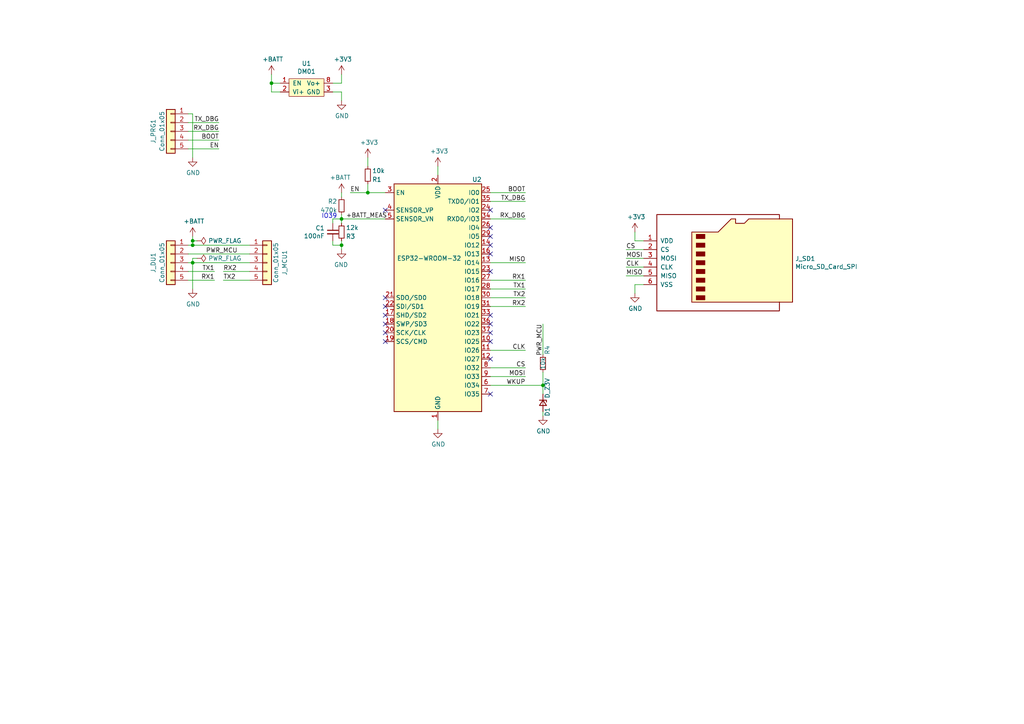
<source format=kicad_sch>
(kicad_sch (version 20230121) (generator eeschema)
  (paper "A4")
  (lib_symbols
    (symbol "Connector_Generic:Conn_01x05" (pin_names (offset 1.016) hide)
      (property "Reference" "J" (at 0 7.62 0))
      (property "Value" "Conn_01x05" (at 0 -7.62 0))
      (symbol "Conn_01x05_1_1"
        (rectangle (start -1.27 -4.953) (end 0 -5.207) (stroke (width 0.1524)))
        (rectangle (start -1.27 -2.413) (end 0 -2.667) (stroke (width 0.1524)))
        (rectangle (start -1.27 0.127) (end 0 -0.127) (stroke (width 0.1524)))
        (rectangle (start -1.27 2.667) (end 0 2.413) (stroke (width 0.1524)))
        (rectangle (start -1.27 5.207) (end 0 4.953) (stroke (width 0.1524)))
        (rectangle (start -1.27 6.35) (end 1.27 -6.35) (stroke (width 0.254)) (fill (type background)))
        (pin passive line (at -5.08 5.08 0) (length 3.81) (name "Pin_1") (number "1"))
        (pin passive line (at -5.08 2.54 0) (length 3.81) (name "Pin_2") (number "2"))
        (pin passive line (at -5.08 0 0) (length 3.81) (name "Pin_3") (number "3"))
        (pin passive line (at -5.08 -2.54 0) (length 3.81) (name "Pin_4") (number "4"))
        (pin passive line (at -5.08 -5.08 0) (length 3.81) (name "Pin_5") (number "5"))
      )
    )
    (symbol "Device:C_Small" (pin_numbers hide) (pin_names (offset 0.254) hide)
      (property "Reference" "C" (at 0.254 1.778 0))
      (property "Value" "C_Small" (at 0.254 -2.032 0))
      (symbol "C_Small_0_1"
        (polyline (pts (xy -1.524 -0.508) (xy 1.524 -0.508)) (stroke (width 0.3302)))
        (polyline (pts (xy -1.524 0.508) (xy 1.524 0.508)) (stroke (width 0.3048)))
      )
      (symbol "C_Small_1_1"
        (pin passive line (at 0 2.54 270) (length 2.032) (name "~") (number "1"))
        (pin passive line (at 0 -2.54 90) (length 2.032) (name "~") (number "2"))
      )
    )
    (symbol "Device:D_Zener_Small" (pin_numbers hide) (pin_names (offset 0.254) hide)
      (property "Reference" "D" (at 0 2.286 0))
      (property "Value" "D_Zener_Small" (at 0 -2.286 0))
      (symbol "D_Zener_Small_0_1"
        (polyline (pts (xy 0.762 0) (xy -0.762 0)))
        (polyline (pts (xy -0.254 1.016) (xy -0.762 1.016) (xy -0.762 -1.016)) (stroke (width 0.254)))
        (polyline (pts (xy 0.762 1.016) (xy -0.762 0) (xy 0.762 -1.016) (xy 0.762 1.016)) (stroke (width 0.254)))
      )
      (symbol "D_Zener_Small_1_1"
        (pin passive line (at -2.54 0 0) (length 1.778) (name "K") (number "1"))
        (pin passive line (at 2.54 0 180) (length 1.778) (name "A") (number "2"))
      )
    )
    (symbol "Device:R_Small" (pin_numbers hide) (pin_names (offset 0.254) hide)
      (property "Reference" "R" (at 0.762 0.508 0))
      (property "Value" "R_Small" (at 0.762 -1.016 0))
      (symbol "R_Small_0_1"
        (rectangle (start -0.762 1.778) (end 0.762 -1.778) (stroke (width 0.2032)))
      )
      (symbol "R_Small_1_1"
        (pin passive line (at 0 2.54 270) (length 0.762) (name "~") (number "1"))
        (pin passive line (at 0 -2.54 90) (length 0.762) (name "~") (number "2"))
      )
    )
    (symbol "MyParts:DM01" (pin_names (offset 1.016))
      (property "Reference" "U" (at 0 3.81 0))
      (property "Value" "DM01" (at 0 -3.81 0))
      (symbol "DM01_0_1"
        (rectangle (start -5.08 2.54) (end 5.08 -2.54) (fill (type background)))
      )
      (symbol "DM01_1_1"
        (pin input line (at -7.62 1.27 0) (length 2.54) (name "EN") (number "1"))
        (pin power_in line (at -7.62 -1.27 0) (length 2.54) (name "Vi+") (number "2"))
        (pin power_in line (at 7.62 -1.27 180) (length 2.54) (name "GND") (number "3"))
        (pin power_in line (at 7.62 -1.27 180) (length 2.54) hide (name "GND") (number "4"))
        (pin power_in line (at 7.62 -1.27 180) (length 2.54) hide (name "GND") (number "5"))
        (pin power_in line (at 7.62 -1.27 180) (length 2.54) hide (name "GND") (number "6"))
        (pin passive line (at 7.62 1.27 180) (length 2.54) hide (name "Vo+") (number "7"))
        (pin power_out line (at 7.62 1.27 180) (length 2.54) (name "Vo+") (number "8"))
      )
    )
    (symbol "MyParts:Micro_SD_Card_SPI" (pin_names (offset 1.016))
      (property "Reference" "J" (at -16.51 15.24 0))
      (property "Value" "Micro_SD_Card_SPI" (at 16.51 15.24 0))
      (symbol "Micro_SD_Card_SPI_0_1"
        (rectangle (start -7.62 -9.525) (end -5.08 -10.795) (fill (type outline)))
        (rectangle (start -7.62 -6.985) (end -5.08 -8.255) (fill (type outline)))
        (rectangle (start -7.62 -4.445) (end -5.08 -5.715) (fill (type outline)))
        (rectangle (start -7.62 -1.905) (end -5.08 -3.175) (fill (type outline)))
        (rectangle (start -7.62 0.635) (end -5.08 -0.635) (fill (type outline)))
        (rectangle (start -7.62 3.175) (end -5.08 1.905) (fill (type outline)))
        (rectangle (start -7.62 5.715) (end -5.08 4.445) (fill (type outline)))
        (rectangle (start -7.62 8.255) (end -5.08 6.985) (fill (type outline)))
        (polyline (pts (xy 16.51 12.7) (xy 16.51 13.97) (xy -19.05 13.97) (xy -19.05 -13.97) (xy 16.51 -13.97) (xy 16.51 -11.43)) (stroke (width 0.254)))
        (polyline (pts (xy -8.89 -11.43) (xy -8.89 8.89) (xy -1.27 8.89) (xy 2.54 12.7) (xy 3.81 12.7) (xy 3.81 11.43) (xy 6.35 11.43) (xy 7.62 12.7) (xy 20.32 12.7) (xy 20.32 -11.43) (xy -8.89 -11.43)) (stroke (width 0.254)) (fill (type background)))
      )
      (symbol "Micro_SD_Card_SPI_1_1"
        (pin power_in line (at -22.86 6.35 0) (length 3.81) (name "VDD") (number "1"))
        (pin input line (at -22.86 3.81 0) (length 3.81) (name "CS") (number "2"))
        (pin input line (at -22.86 1.27 0) (length 3.81) (name "MOSI") (number "3"))
        (pin input line (at -22.86 -1.27 0) (length 3.81) (name "CLK") (number "4"))
        (pin output line (at -22.86 -3.81 0) (length 3.81) (name "MISO") (number "5"))
        (pin power_in line (at -22.86 -6.35 0) (length 3.81) (name "VSS") (number "6"))
      )
    )
    (symbol "RF_Module:ESP32-WROOM-32"
      (property "Reference" "U" (at -12.7 34.29 0))
      (property "Value" "ESP32-WROOM-32" (at 1.27 34.29 0))
      (symbol "ESP32-WROOM-32_0_1"
        (rectangle (start -12.7 33.02) (end 12.7 -33.02) (stroke (width 0.254)) (fill (type background)))
      )
      (symbol "ESP32-WROOM-32_1_1"
        (pin power_in line (at 0 -35.56 90) (length 2.54) (name "GND") (number "1"))
        (pin bidirectional line (at 15.24 -12.7 180) (length 2.54) (name "IO25") (number "10"))
        (pin bidirectional line (at 15.24 -15.24 180) (length 2.54) (name "IO26") (number "11"))
        (pin bidirectional line (at 15.24 -17.78 180) (length 2.54) (name "IO27") (number "12"))
        (pin bidirectional line (at 15.24 10.16 180) (length 2.54) (name "IO14") (number "13"))
        (pin bidirectional line (at 15.24 15.24 180) (length 2.54) (name "IO12") (number "14"))
        (pin passive line (at 0 -35.56 90) (length 2.54) hide (name "GND") (number "15"))
        (pin bidirectional line (at 15.24 12.7 180) (length 2.54) (name "IO13") (number "16"))
        (pin bidirectional line (at -15.24 -5.08 0) (length 2.54) (name "SHD/SD2") (number "17"))
        (pin bidirectional line (at -15.24 -7.62 0) (length 2.54) (name "SWP/SD3") (number "18"))
        (pin bidirectional line (at -15.24 -12.7 0) (length 2.54) (name "SCS/CMD") (number "19"))
        (pin power_in line (at 0 35.56 270) (length 2.54) (name "VDD") (number "2"))
        (pin bidirectional line (at -15.24 -10.16 0) (length 2.54) (name "SCK/CLK") (number "20"))
        (pin bidirectional line (at -15.24 0 0) (length 2.54) (name "SDO/SD0") (number "21"))
        (pin bidirectional line (at -15.24 -2.54 0) (length 2.54) (name "SDI/SD1") (number "22"))
        (pin bidirectional line (at 15.24 7.62 180) (length 2.54) (name "IO15") (number "23"))
        (pin bidirectional line (at 15.24 25.4 180) (length 2.54) (name "IO2") (number "24"))
        (pin bidirectional line (at 15.24 30.48 180) (length 2.54) (name "IO0") (number "25"))
        (pin bidirectional line (at 15.24 20.32 180) (length 2.54) (name "IO4") (number "26"))
        (pin bidirectional line (at 15.24 5.08 180) (length 2.54) (name "IO16") (number "27"))
        (pin bidirectional line (at 15.24 2.54 180) (length 2.54) (name "IO17") (number "28"))
        (pin bidirectional line (at 15.24 17.78 180) (length 2.54) (name "IO5") (number "29"))
        (pin input line (at -15.24 30.48 0) (length 2.54) (name "EN") (number "3"))
        (pin bidirectional line (at 15.24 0 180) (length 2.54) (name "IO18") (number "30"))
        (pin bidirectional line (at 15.24 -2.54 180) (length 2.54) (name "IO19") (number "31"))
        (pin no_connect line (at -12.7 -27.94 0) (length 2.54) hide (name "NC") (number "32"))
        (pin bidirectional line (at 15.24 -5.08 180) (length 2.54) (name "IO21") (number "33"))
        (pin bidirectional line (at 15.24 22.86 180) (length 2.54) (name "RXD0/IO3") (number "34"))
        (pin bidirectional line (at 15.24 27.94 180) (length 2.54) (name "TXD0/IO1") (number "35"))
        (pin bidirectional line (at 15.24 -7.62 180) (length 2.54) (name "IO22") (number "36"))
        (pin bidirectional line (at 15.24 -10.16 180) (length 2.54) (name "IO23") (number "37"))
        (pin passive line (at 0 -35.56 90) (length 2.54) hide (name "GND") (number "38"))
        (pin passive line (at 0 -35.56 90) (length 2.54) hide (name "GND") (number "39"))
        (pin input line (at -15.24 25.4 0) (length 2.54) (name "SENSOR_VP") (number "4"))
        (pin input line (at -15.24 22.86 0) (length 2.54) (name "SENSOR_VN") (number "5"))
        (pin input line (at 15.24 -25.4 180) (length 2.54) (name "IO34") (number "6"))
        (pin input line (at 15.24 -27.94 180) (length 2.54) (name "IO35") (number "7"))
        (pin bidirectional line (at 15.24 -20.32 180) (length 2.54) (name "IO32") (number "8"))
        (pin bidirectional line (at 15.24 -22.86 180) (length 2.54) (name "IO33") (number "9"))
      )
    )
    (symbol "power:+3V3" (power) (pin_names (offset 0))
      (property "Value" "+3V3" (at 0 3.556 0))
      (symbol "+3V3_0_1"
        (polyline (pts (xy -0.762 1.27) (xy 0 2.54)))
        (polyline (pts (xy 0 0) (xy 0 2.54)))
        (polyline (pts (xy 0 2.54) (xy 0.762 1.27)))
      )
      (symbol "+3V3_1_1"
        (pin power_in line (at 0 0 90) (length 0) hide (name "+3V3") (number "1"))
      )
    )
    (symbol "power:+BATT" (power) (pin_names (offset 0))
      (property "Value" "+BATT" (at 0 3.556 0))
      (symbol "+BATT_0_1"
        (polyline (pts (xy -0.762 1.27) (xy 0 2.54)))
        (polyline (pts (xy 0 0) (xy 0 2.54)))
        (polyline (pts (xy 0 2.54) (xy 0.762 1.27)))
      )
      (symbol "+BATT_1_1"
        (pin power_in line (at 0 0 90) (length 0) hide (name "+BATT") (number "1"))
      )
    )
    (symbol "power:GND" (power) (pin_names (offset 0))
      (property "Value" "GND" (at 0 -3.81 0))
      (symbol "GND_0_1"
        (polyline (pts (xy 0 0) (xy 0 -1.27) (xy 1.27 -1.27) (xy 0 -2.54) (xy -1.27 -1.27) (xy 0 -1.27)))
      )
      (symbol "GND_1_1"
        (pin power_in line (at 0 0 270) (length 0) hide (name "GND") (number "1"))
      )
    )
    (symbol "power:PWR_FLAG" (power) (pin_numbers hide) (pin_names (offset 0) hide)
      (property "Value" "PWR_FLAG" (at 0 3.81 0))
      (symbol "PWR_FLAG_0_0"
        (pin power_out line (at 0 0 90) (length 0) (name "pwr") (number "1"))
      )
      (symbol "PWR_FLAG_0_1"
        (polyline (pts (xy 0 0) (xy 0 1.27) (xy -1.016 1.905) (xy 0 2.54) (xy 1.016 1.905) (xy 0 1.27)))
      )
    )
  )
  (junction (at 99.06 63.5))
  (junction (at 99.06 71.12))
  (junction (at 106.68 55.88))
  (junction (at 55.88 69.85))
  (junction (at 78.74 24.13))
  (junction (at 55.88 71.12))
  (junction (at 157.48 111.76))
  (junction (at 55.88 76.2))
  (no_connect (at 142.24 99.06))
  (no_connect (at 142.24 96.52))
  (no_connect (at 142.24 60.96))
  (no_connect (at 111.76 96.52))
  (no_connect (at 142.24 71.12))
  (no_connect (at 111.76 60.96))
  (no_connect (at 142.24 73.66))
  (no_connect (at 111.76 88.9))
  (no_connect (at 142.24 104.14))
  (no_connect (at 111.76 93.98))
  (no_connect (at 142.24 114.3))
  (no_connect (at 142.24 78.74))
  (no_connect (at 111.76 99.06))
  (no_connect (at 142.24 66.04))
  (no_connect (at 142.24 93.98))
  (no_connect (at 142.24 68.58))
  (no_connect (at 111.76 86.36))
  (no_connect (at 142.24 91.44))
  (no_connect (at 111.76 91.44))
  (wire (pts (xy 184.15 85.09) (xy 184.15 82.55)))
  (wire (pts (xy 142.24 111.76) (xy 157.48 111.76)))
  (wire (pts (xy 99.06 26.67) (xy 96.52 26.67)))
  (wire (pts (xy 63.5 40.64) (xy 54.61 40.64)))
  (wire (pts (xy 152.4 83.82) (xy 142.24 83.82)))
  (wire (pts (xy 152.4 106.68) (xy 142.24 106.68)))
  (wire (pts (xy 157.48 111.76) (xy 157.48 114.3)))
  (wire (pts (xy 106.68 55.88) (xy 106.68 53.34)))
  (wire (pts (xy 106.68 48.26) (xy 106.68 45.72)))
  (wire (pts (xy 96.52 71.12) (xy 96.52 69.85)))
  (wire (pts (xy 55.88 76.2) (xy 55.88 83.82)))
  (wire (pts (xy 54.61 78.74) (xy 62.23 78.74)))
  (wire (pts (xy 55.88 74.93) (xy 55.88 76.2)))
  (wire (pts (xy 99.06 71.12) (xy 99.06 72.39)))
  (wire (pts (xy 54.61 76.2) (xy 55.88 76.2)))
  (wire (pts (xy 157.48 93.98) (xy 157.48 102.87)))
  (wire (pts (xy 78.74 21.59) (xy 78.74 24.13)))
  (wire (pts (xy 152.4 55.88) (xy 142.24 55.88)))
  (wire (pts (xy 157.48 119.38) (xy 157.48 120.65)))
  (wire (pts (xy 106.68 55.88) (xy 111.76 55.88)))
  (wire (pts (xy 57.15 74.93) (xy 55.88 74.93)))
  (wire (pts (xy 99.06 69.85) (xy 99.06 71.12)))
  (wire (pts (xy 55.88 45.72) (xy 55.88 33.02)))
  (wire (pts (xy 54.61 43.18) (xy 63.5 43.18)))
  (wire (pts (xy 152.4 86.36) (xy 142.24 86.36)))
  (wire (pts (xy 54.61 35.56) (xy 63.5 35.56)))
  (wire (pts (xy 99.06 63.5) (xy 111.76 63.5)))
  (wire (pts (xy 99.06 21.59) (xy 99.06 24.13)))
  (wire (pts (xy 78.74 26.67) (xy 81.28 26.67)))
  (wire (pts (xy 142.24 58.42) (xy 152.4 58.42)))
  (wire (pts (xy 152.4 81.28) (xy 142.24 81.28)))
  (wire (pts (xy 127 48.26) (xy 127 50.8)))
  (wire (pts (xy 99.06 55.88) (xy 99.06 57.15)))
  (wire (pts (xy 55.88 71.12) (xy 55.88 69.85)))
  (wire (pts (xy 99.06 64.77) (xy 99.06 63.5)))
  (wire (pts (xy 54.61 81.28) (xy 62.23 81.28)))
  (wire (pts (xy 78.74 24.13) (xy 78.74 26.67)))
  (wire (pts (xy 96.52 63.5) (xy 99.06 63.5)))
  (wire (pts (xy 152.4 101.6) (xy 142.24 101.6)))
  (wire (pts (xy 186.69 80.01) (xy 181.61 80.01)))
  (wire (pts (xy 127 124.46) (xy 127 121.92)))
  (wire (pts (xy 57.15 69.85) (xy 55.88 69.85)))
  (wire (pts (xy 142.24 76.2) (xy 152.4 76.2)))
  (wire (pts (xy 78.74 24.13) (xy 81.28 24.13)))
  (wire (pts (xy 99.06 24.13) (xy 96.52 24.13)))
  (wire (pts (xy 72.39 81.28) (xy 64.77 81.28)))
  (wire (pts (xy 55.88 71.12) (xy 72.39 71.12)))
  (wire (pts (xy 63.5 38.1) (xy 54.61 38.1)))
  (wire (pts (xy 55.88 33.02) (xy 54.61 33.02)))
  (wire (pts (xy 55.88 69.85) (xy 55.88 68.58)))
  (wire (pts (xy 186.69 69.85) (xy 184.15 69.85)))
  (wire (pts (xy 99.06 29.21) (xy 99.06 26.67)))
  (wire (pts (xy 181.61 72.39) (xy 186.69 72.39)))
  (wire (pts (xy 64.77 78.74) (xy 72.39 78.74)))
  (wire (pts (xy 157.48 107.95) (xy 157.48 111.76)))
  (wire (pts (xy 152.4 63.5) (xy 142.24 63.5)))
  (wire (pts (xy 54.61 73.66) (xy 72.39 73.66)))
  (wire (pts (xy 181.61 77.47) (xy 186.69 77.47)))
  (wire (pts (xy 55.88 76.2) (xy 72.39 76.2)))
  (wire (pts (xy 101.6 55.88) (xy 106.68 55.88)))
  (wire (pts (xy 54.61 71.12) (xy 55.88 71.12)))
  (wire (pts (xy 99.06 71.12) (xy 96.52 71.12)))
  (wire (pts (xy 184.15 82.55) (xy 186.69 82.55)))
  (wire (pts (xy 186.69 74.93) (xy 181.61 74.93)))
  (wire (pts (xy 152.4 88.9) (xy 142.24 88.9)))
  (wire (pts (xy 142.24 109.22) (xy 152.4 109.22)))
  (wire (pts (xy 184.15 69.85) (xy 184.15 67.31)))
  (wire (pts (xy 99.06 63.5) (xy 99.06 62.23)))
  (wire (pts (xy 96.52 64.77) (xy 96.52 63.5)))
  (text "IO39" (at 97.79 63.5 0) (effects (font (size 1.27 1.27)) (justify right bottom)))
  (label "BOOT" (at 152.4 55.88 180))
  (label "TX2" (at 64.77 81.28 0))
  (label "RX1" (at 152.4 81.28 180))
  (label "MISO" (at 152.4 76.2 180))
  (label "EN" (at 101.6 55.88 0))
  (label "TX_DBG" (at 152.4 58.42 180))
  (label "PWR_MCU" (at 157.48 93.98 270))
  (label "RX_DBG" (at 63.5 38.1 180))
  (label "RX_DBG" (at 152.4 63.5 180))
  (label "TX_DBG" (at 63.5 35.56 180))
  (label "WKUP" (at 152.4 111.76 180))
  (label "RX2" (at 152.4 88.9 180))
  (label "CLK" (at 152.4 101.6 180))
  (label "MOSI" (at 152.4 109.22 180))
  (label "TX2" (at 152.4 86.36 180))
  (label "+BATT_MEAS" (at 100.33 63.5 0))
  (label "MOSI" (at 181.61 74.93 0))
  (label "CS" (at 152.4 106.68 180))
  (label "EN" (at 63.5 43.18 180))
  (label "RX1" (at 62.23 81.28 180))
  (label "TX1" (at 152.4 83.82 180))
  (label "MISO" (at 181.61 80.01 0))
  (label "PWR_MCU" (at 59.69 73.66 0))
  (label "BOOT" (at 63.5 40.64 180))
  (label "RX2" (at 64.77 78.74 0))
  (label "TX1" (at 62.23 78.74 180))
  (label "CLK" (at 181.61 77.47 0))
  (label "CS" (at 181.61 72.39 0))
  (symbol (lib_id "RF_Module:ESP32-WROOM-32") (at 127 86.36 0) (unit 1)
    (property "Reference" "U2" (at 139.7 52.07 0) (effects (justify right)))
    (property "Value" "ESP32-WROOM-32" (at 124.46 74.93 0))
    (property "Footprint" "RF_Module:ESP32-WROOM-32" (effects hide))
    (property "Datasheet" "https://www.espressif.com/sites/default/files/documentation/esp32-wroom-32_datasheet_en.pdf" (effects hide))
  )
  (symbol (lib_id "MyParts:DM01") (at 88.9 25.4 0) (unit 1)
    (property "Reference" "U1" (at 88.9 18.415 0))
    (property "Value" "DM01" (at 88.9 20.7264 0))
    (property "Footprint" "MyParts:DM01" (effects hide))
  )
  (symbol (lib_id "Connector_Generic:Conn_01x05") (at 49.53 38.1 0) (mirror y) (unit 1)
    (property "Reference" "J_PRG1" (at 44.45 38.1 90))
    (property "Value" "Conn_01x05" (at 46.99 38.1 90))
    (property "Footprint" "Connector_PinSocket_2.54mm:PinSocket_1x05_P2.54mm_Horizontal" (effects hide))
  )
  (symbol (lib_id "Connector_Generic:Conn_01x05") (at 49.53 76.2 0) (mirror y) (unit 1)
    (property "Reference" "J_DU1" (at 44.45 76.2 90))
    (property "Value" "Conn_01x05" (at 46.99 76.2 90))
    (property "Footprint" "Connector_PinHeader_2.54mm:PinHeader_1x05_P2.54mm_Vertical" (effects hide))
  )
  (symbol (lib_id "Connector_Generic:Conn_01x05") (at 77.47 76.2 0) (unit 1)
    (property "Reference" "J_MCU1" (at 82.55 76.2 90))
    (property "Value" "Conn_01x05" (at 80.01 76.2 90))
    (property "Footprint" "Connector_PinHeader_2.54mm:PinHeader_1x05_P2.54mm_Vertical" (effects hide))
  )
  (symbol (lib_id "power:+BATT") (at 55.88 68.58 0) (unit 1)
    (property "Reference" "#PWR09" (effects hide))
    (property "Value" "+BATT" (at 56.261 64.1858 0))
  )
  (symbol (lib_id "power:GND") (at 55.88 83.82 0) (unit 1)
    (property "Reference" "#PWR011" (effects hide))
    (property "Value" "GND" (at 56.007 88.2142 0))
  )
  (symbol (lib_id "power:PWR_FLAG") (at 57.15 69.85 270) (unit 1)
    (property "Reference" "#FLG01" (effects hide))
    (property "Value" "PWR_FLAG" (at 60.4012 69.85 90) (effects (justify left)))
  )
  (symbol (lib_id "power:PWR_FLAG") (at 57.15 74.93 270) (unit 1)
    (property "Reference" "#FLG02" (effects hide))
    (property "Value" "PWR_FLAG" (at 60.4012 74.93 90) (effects (justify left)))
  )
  (symbol (lib_id "power:GND") (at 55.88 45.72 0) (unit 1)
    (property "Reference" "#PWR04" (effects hide))
    (property "Value" "GND" (at 56.007 50.1142 0))
  )
  (symbol (lib_id "power:+BATT") (at 78.74 21.59 0) (unit 1)
    (property "Reference" "#PWR01" (effects hide))
    (property "Value" "+BATT" (at 79.121 17.1958 0))
  )
  (symbol (lib_id "power:GND") (at 99.06 29.21 0) (unit 1)
    (property "Reference" "#PWR03" (effects hide))
    (property "Value" "GND" (at 99.187 33.6042 0))
  )
  (symbol (lib_id "power:+3V3") (at 99.06 21.59 0) (unit 1)
    (property "Reference" "#PWR02" (effects hide))
    (property "Value" "+3V3" (at 99.441 17.1958 0))
  )
  (symbol (lib_id "Device:R_Small") (at 106.68 50.8 0) (unit 1)
    (property "Reference" "R1" (at 107.95 52.07 0) (effects (justify left)))
    (property "Value" "10k" (at 107.95 49.53 0) (effects (justify left)))
    (property "Footprint" "Resistor_THT:R_Axial_DIN0207_L6.3mm_D2.5mm_P2.54mm_Vertical" (effects hide))
  )
  (symbol (lib_id "power:+3V3") (at 127 48.26 0) (unit 1)
    (property "Reference" "#PWR06" (effects hide))
    (property "Value" "+3V3" (at 127.381 43.8658 0))
  )
  (symbol (lib_id "power:+3V3") (at 106.68 45.72 0) (unit 1)
    (property "Reference" "#PWR05" (effects hide))
    (property "Value" "+3V3" (at 107.061 41.3258 0))
  )
  (symbol (lib_id "power:GND") (at 127 124.46 0) (unit 1)
    (property "Reference" "#PWR014" (effects hide))
    (property "Value" "GND" (at 127.127 128.8542 0))
  )
  (symbol (lib_id "MyParts:Micro_SD_Card_SPI") (at 209.55 76.2 0) (unit 1)
    (property "Reference" "J_SD1" (at 230.632 75.0316 0) (effects (justify left)))
    (property "Value" "Micro_SD_Card_SPI" (at 230.632 77.343 0) (effects (justify left)))
    (property "Footprint" "MyParts:microSD_SPI_module" (effects hide))
    (property "Datasheet" "http://katalog.we-online.de/em/datasheet/693072010801.pdf" (effects hide))
  )
  (symbol (lib_id "power:+3V3") (at 184.15 67.31 0) (unit 1)
    (property "Reference" "#PWR08" (effects hide))
    (property "Value" "+3V3" (at 184.531 62.9158 0))
  )
  (symbol (lib_id "power:GND") (at 184.15 85.09 0) (unit 1)
    (property "Reference" "#PWR012" (effects hide))
    (property "Value" "GND" (at 184.277 89.4842 0))
  )
  (symbol (lib_id "Device:D_Zener_Small") (at 157.48 116.84 270) (unit 1)
    (property "Reference" "D1" (at 158.75 118.11 0) (effects (justify left)))
    (property "Value" "D_Z3V" (at 158.75 115.57 0) (effects (justify right)))
    (property "Footprint" "Diode_THT:D_A-405_P2.54mm_Vertical_AnodeUp" (effects hide))
  )
  (symbol (lib_id "power:GND") (at 157.48 120.65 0) (unit 1)
    (property "Reference" "#PWR013" (effects hide))
    (property "Value" "GND" (at 157.607 125.0442 0))
  )
  (symbol (lib_id "Device:R_Small") (at 157.48 105.41 0) (unit 1)
    (property "Reference" "R4" (at 158.75 102.87 90) (effects (justify left)))
    (property "Value" "10k" (at 157.48 105.41 90))
    (property "Footprint" "Resistor_THT:R_Axial_DIN0207_L6.3mm_D2.5mm_P2.54mm_Vertical" (effects hide))
  )
  (symbol (lib_id "power:+BATT") (at 99.06 55.88 0) (mirror y) (unit 1)
    (property "Reference" "#PWR07" (effects hide))
    (property "Value" "+BATT" (at 98.679 51.4858 0))
  )
  (symbol (lib_id "Device:R_Small") (at 99.06 59.69 0) (mirror y) (unit 1)
    (property "Reference" "R2" (at 97.79 58.42 0) (effects (justify left)))
    (property "Value" "470k" (at 97.79 60.96 0) (effects (justify left)))
    (property "Footprint" "Resistor_THT:R_Axial_DIN0207_L6.3mm_D2.5mm_P2.54mm_Vertical" (effects hide))
  )
  (symbol (lib_id "Device:R_Small") (at 99.06 67.31 0) (mirror x) (unit 1)
    (property "Reference" "R3" (at 100.33 68.58 0) (effects (justify left)))
    (property "Value" "12k" (at 100.33 66.04 0) (effects (justify left)))
    (property "Footprint" "Resistor_THT:R_Axial_DIN0207_L6.3mm_D2.5mm_P2.54mm_Vertical" (effects hide))
  )
  (symbol (lib_id "power:GND") (at 99.06 72.39 0) (mirror y) (unit 1)
    (property "Reference" "#PWR010" (effects hide))
    (property "Value" "GND" (at 98.933 76.7842 0))
  )
  (symbol (lib_id "Device:C_Small") (at 96.52 67.31 0) (mirror y) (unit 1)
    (property "Reference" "C1" (at 94.1832 66.1416 0) (effects (justify left)))
    (property "Value" "100nF" (at 94.1832 68.453 0) (effects (justify left)))
    (property "Footprint" "Capacitor_SMD:C_0603_1608Metric" (effects hide))
  )
)
</source>
